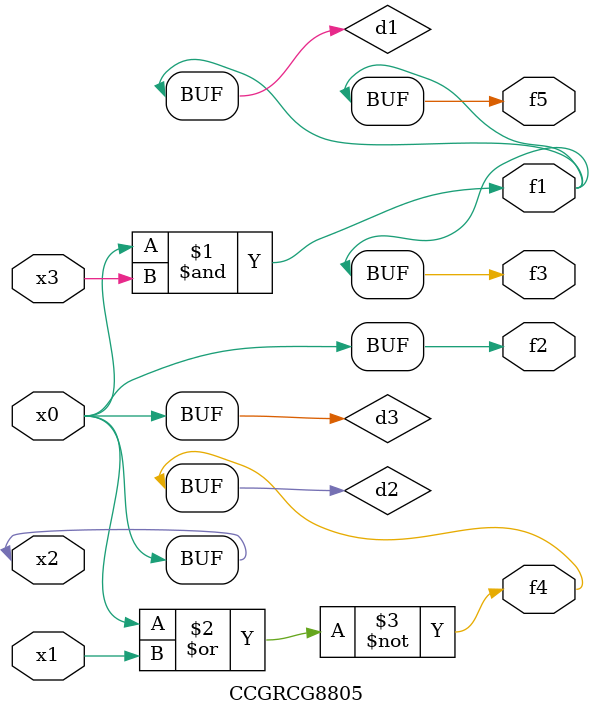
<source format=v>
module CCGRCG8805(
	input x0, x1, x2, x3,
	output f1, f2, f3, f4, f5
);

	wire d1, d2, d3;

	and (d1, x2, x3);
	nor (d2, x0, x1);
	buf (d3, x0, x2);
	assign f1 = d1;
	assign f2 = d3;
	assign f3 = d1;
	assign f4 = d2;
	assign f5 = d1;
endmodule

</source>
